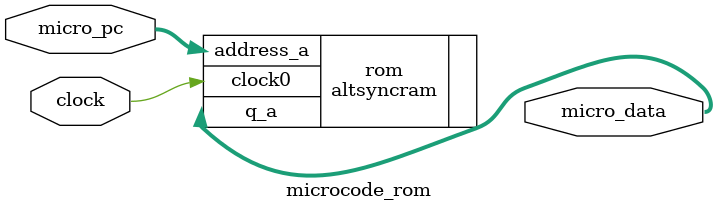
<source format=v>
/* 
 * Copyright 2010, Aleksander Osman, alfik@poczta.fm. All rights reserved.
 *
 * Redistribution and use in source and binary forms, with or without modification, are
 * permitted provided that the following conditions are met:
 *
 *  1. Redistributions of source code must retain the above copyright notice, this list of
 *     conditions and the following disclaimer.
 *
 *  2. Redistributions in binary form must reproduce the above copyright notice, this list
 *     of conditions and the following disclaimer in the documentation and/or other materials
 *     provided with the distribution.
 *
 * THIS SOFTWARE IS PROVIDED BY THE AUTHOR ``AS IS'' AND ANY EXPRESS OR IMPLIED
 * WARRANTIES, INCLUDING, BUT NOT LIMITED TO, THE IMPLIED WARRANTIES OF MERCHANTABILITY AND
 * FITNESS FOR A PARTICULAR PURPOSE ARE DISCLAIMED. IN NO EVENT SHALL THE AUTHOR OR
 * CONTRIBUTORS BE LIABLE FOR ANY DIRECT, INDIRECT, INCIDENTAL, SPECIAL, EXEMPLARY, OR
 * CONSEQUENTIAL DAMAGES (INCLUDING, BUT NOT LIMITED TO, PROCUREMENT OF SUBSTITUTE GOODS OR
 * SERVICES; LOSS OF USE, DATA, OR PROFITS; OR BUSINESS INTERRUPTION) HOWEVER CAUSED AND ON
 * ANY THEORY OF LIABILITY, WHETHER IN CONTRACT, STRICT LIABILITY, OR TORT (INCLUDING
 * NEGLIGENCE OR OTHERWISE) ARISING IN ANY WAY OUT OF THE USE OF THIS SOFTWARE, EVEN IF
 * ADVISED OF THE POSSIBILITY OF SUCH DAMAGE.
 */

/*! \file microcode_rom.v
 * \brief Altera-specific microcode ROM module.
 */
 
/*! \brief Microcode ROM module.
 *
 * Currently this module contains a <em>altsyncram</em> instantiation
 * from Altera Megafunction/LPM library.
 */
module microcode_rom(
	input clock,

	input [8:0] micro_pc,
	output [87:0] micro_data
);

altsyncram rom(
	.clock0(clock),

	.address_a(micro_pc),
	.q_a(micro_data)
);
defparam rom.operation_mode = "ROM";
defparam rom.width_a = 88;
defparam rom.widthad_a = 9;
defparam rom.outdata_reg_a = "UNREGISTERED";
defparam rom.init_file = "./../microcode/microcode.mif";

endmodule

</source>
